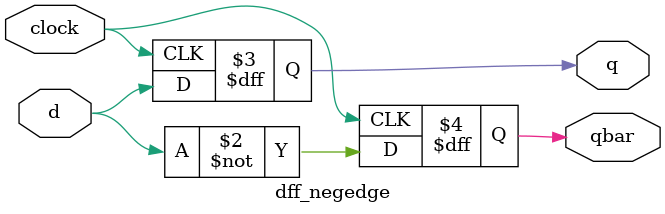
<source format=v>
module dff_negedge(d, clock, q, qbar);

    input d, clock;
    //REG => CHANGED IN ALWAYS BLOCK
    output reg q, qbar;

    always @(negedge clock)
    begin
        //<= => NONBLOCKING. AVOID RACE CONDITIIONS
        q <= d;
        qbar <= ~d;
    end

endmodule
</source>
